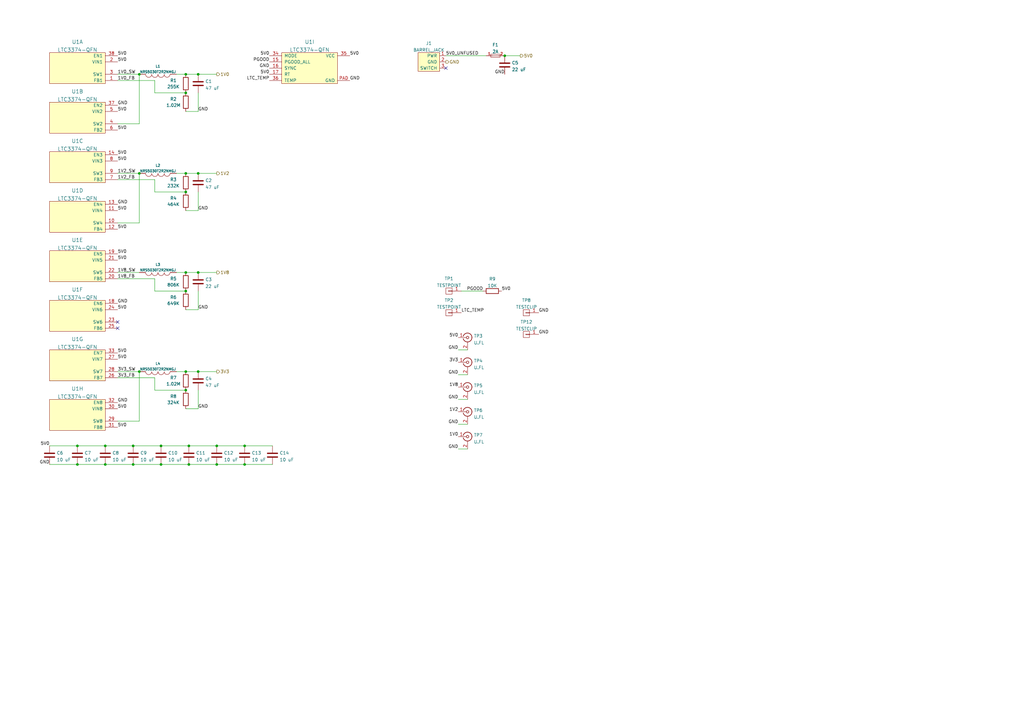
<source format=kicad_sch>
(kicad_sch (version 20211123) (generator eeschema)
  (paper "A3")
  (title_block (title "Active 10/100/1000baseT Tap") (date "2022-12-27") (rev "0.1") (company "Antikernel Labs") (comment 1 "Andrew D. Zonenberg"))
  (lib_symbols
    (symbol "conn:CONN_01X01" (pin_names (offset 1.016) hide)
      (property "Reference" "J" (at 0 2.54 0))
      (property "Value" "CONN_01X01" (at 2.54 0 90))
      (symbol "CONN_01X01_0_1"
        (rectangle (start -1.27 0.127) (end 0.254 -0.127))
        (rectangle (start -1.27 1.27) (end 1.27 -1.27))
      )
      (symbol "CONN_01X01_1_1"
        (pin passive line (at -5.08 0 0) (length 3.81) (name "P1") (number "1"))
      )
    )
    (symbol "conn:CONN_COAXIAL" (pin_names (offset 1.016) hide)
      (property "Reference" "J" (at 0.254 3.048 0))
      (property "Value" "CONN_COAXIAL" (at 2.921 0 90))
      (symbol "CONN_COAXIAL_0_1"
        (arc (start -1.778 -0.508) (mid 0.222 -1.808) (end 1.778 0) (stroke (width 0.254)))
        (polyline (pts (xy -1.27 0) (xy -0.508 0)))
        (polyline (pts (xy 0 -2.54) (xy 0 -1.778)))
        (circle (center 0 0) (radius 0.508) (stroke (width 0.2032)))
        (arc (start 1.778 0) (mid 0.222 1.8083) (end -1.778 0.508) (stroke (width 0.254)))
      )
      (symbol "CONN_COAXIAL_1_1"
        (pin passive line (at -3.81 0 0) (length 2.54) (name "In") (number "1"))
        (pin passive line (at 0 -5.08 90) (length 2.54) (name "Ext") (number "2"))
      )
    )
    (symbol "device:C" (pin_numbers hide) (pin_names (offset 0.254))
      (property "Reference" "C" (at 0.635 2.54 0))
      (property "Value" "C" (at 0.635 -2.54 0))
      (symbol "C_0_1"
        (polyline (pts (xy -2.032 -0.762) (xy 2.032 -0.762)) (stroke (width 0.508)))
        (polyline (pts (xy -2.032 0.762) (xy 2.032 0.762)) (stroke (width 0.508)))
      )
      (symbol "C_1_1"
        (pin passive line (at 0 3.81 270) (length 2.794) (name "~") (number "1"))
        (pin passive line (at 0 -3.81 90) (length 2.794) (name "~") (number "2"))
      )
    )
    (symbol "device:R" (pin_numbers hide) (pin_names (offset 0))
      (property "Reference" "R" (at 2.032 0 90))
      (property "Value" "R" (at 0 0 90))
      (symbol "R_0_1"
        (rectangle (start -1.016 -2.54) (end 1.016 2.54) (stroke (width 0.254)))
      )
      (symbol "R_1_1"
        (pin passive line (at 0 3.81 270) (length 1.27) (name "~") (number "1"))
        (pin passive line (at 0 -3.81 90) (length 1.27) (name "~") (number "2"))
      )
    )
    (symbol "passive-azonenberg:INDUCTOR_PWROUT" (pin_numbers hide) (pin_names (offset 1.016) hide)
      (property "Reference" "L" (at -1.27 0 90))
      (property "Value" "INDUCTOR_PWROUT" (at 2.54 0 90))
      (symbol "INDUCTOR_PWROUT_0_1"
        (arc (start 0.0254 -5.0546) (mid 1.245 -3.7973) (end 0.0254 -2.54))
        (arc (start 0.0254 -2.5146) (mid 1.2704 -1.2319) (end 0.0254 0.0508))
        (arc (start 0.0254 0.0254) (mid 1.2704 1.3081) (end 0.0254 2.5908))
        (arc (start 0.0254 2.5654) (mid 1.1942 3.7719) (end 0.0254 4.9784))
      )
      (symbol "INDUCTOR_PWROUT_1_1"
        (pin power_out line (at 0 7.62 270) (length 2.54) (name "1") (number "1"))
        (pin passive line (at 0 -7.62 90) (length 2.54) (name "2") (number "2"))
      )
    )
    (symbol "power-azonenberg:BARREL_JACK" (pin_names (offset 1.016))
      (property "Reference" "J" (at 1.27 -1.27 0))
      (property "Value" "BARREL_JACK" (at 6.35 -3.81 0))
      (symbol "BARREL_JACK_0_1"
        (rectangle (start 0 7.62) (end -8.89 0) (fill (type background)))
      )
      (symbol "BARREL_JACK_1_1"
        (pin power_out line (at 2.54 6.35 180) (length 2.54) (name "PWR") (number "1"))
        (pin power_out line (at 2.54 3.81 180) (length 2.54) (name "GND") (number "2"))
        (pin passive line (at 2.54 1.27 180) (length 2.54) (name "SWITCH") (number "3"))
      )
    )
    (symbol "power-azonenberg:FUSE_PWROUT_2" (pin_names (offset 0.254))
      (property "Reference" "F" (at 4.445 1.27 0))
      (property "Value" "FUSE_PWROUT_2" (at -0.635 -1.905 0))
      (symbol "FUSE_PWROUT_2_0_1"
        (rectangle (start -1.905 0.635) (end 1.905 -0.635))
        (polyline (pts (xy 1.905 0) (xy -1.905 0)))
      )
      (symbol "FUSE_PWROUT_2_1_1"
        (pin power_in line (at -3.81 0 0) (length 2.54) (name "~") (number "1"))
        (pin power_out line (at 3.81 0 180) (length 2.54) (name "~") (number "2"))
      )
    )
    (symbol "power-azonenberg:LTC3374-QFN" (pin_names (offset 1.016))
      (property "Reference" "U" (at 0 -1.27 0))
      (property "Value" "LTC3374-QFN" (at 22.86 -1.27 0))
      (symbol "LTC3374-QFN_0_1"
        (rectangle (start 0 12.7) (end 22.86 0) (fill (type background)))
      )
      (symbol "LTC3374-QFN_1_1"
        (pin input line (at -5.08 1.27 0) (length 5.08) (name "FB1") (number "1"))
        (pin power_in line (at -5.08 8.89 0) (length 5.08) (name "VIN1") (number "2"))
        (pin power_out line (at -5.08 3.81 0) (length 5.08) (name "SW1") (number "3"))
        (pin input line (at -5.08 11.43 0) (length 5.08) (name "EN1") (number "38"))
      )
      (symbol "LTC3374-QFN_2_1"
        (pin input line (at -5.08 11.43 0) (length 5.08) (name "EN2") (number "37"))
        (pin power_out line (at -5.08 3.81 0) (length 5.08) (name "SW2") (number "4"))
        (pin power_in line (at -5.08 8.89 0) (length 5.08) (name "VIN2") (number "5"))
        (pin input line (at -5.08 1.27 0) (length 5.08) (name "FB2") (number "6"))
      )
      (symbol "LTC3374-QFN_3_1"
        (pin input line (at -5.08 11.43 0) (length 5.08) (name "EN3") (number "14"))
        (pin input line (at -5.08 1.27 0) (length 5.08) (name "FB3") (number "7"))
        (pin power_in line (at -5.08 8.89 0) (length 5.08) (name "VIN3") (number "8"))
        (pin power_out line (at -5.08 3.81 0) (length 5.08) (name "SW3") (number "9"))
      )
      (symbol "LTC3374-QFN_4_1"
        (pin power_out line (at -5.08 3.81 0) (length 5.08) (name "SW4") (number "10"))
        (pin power_in line (at -5.08 8.89 0) (length 5.08) (name "VIN4") (number "11"))
        (pin input line (at -5.08 1.27 0) (length 5.08) (name "FB4") (number "12"))
        (pin input line (at -5.08 11.43 0) (length 5.08) (name "EN4") (number "13"))
      )
      (symbol "LTC3374-QFN_5_1"
        (pin input line (at -5.08 11.43 0) (length 5.08) (name "EN5") (number "19"))
        (pin input line (at -5.08 1.27 0) (length 5.08) (name "FB5") (number "20"))
        (pin power_in line (at -5.08 8.89 0) (length 5.08) (name "VIN5") (number "21"))
        (pin power_out line (at -5.08 3.81 0) (length 5.08) (name "SW5") (number "22"))
      )
      (symbol "LTC3374-QFN_6_1"
        (pin input line (at -5.08 11.43 0) (length 5.08) (name "EN6") (number "18"))
        (pin power_out line (at -5.08 3.81 0) (length 5.08) (name "SW6") (number "23"))
        (pin power_in line (at -5.08 8.89 0) (length 5.08) (name "VIN6") (number "24"))
        (pin input line (at -5.08 1.27 0) (length 5.08) (name "FB6") (number "25"))
      )
      (symbol "LTC3374-QFN_7_1"
        (pin input line (at -5.08 1.27 0) (length 5.08) (name "FB7") (number "26"))
        (pin power_in line (at -5.08 8.89 0) (length 5.08) (name "VIN7") (number "27"))
        (pin power_out line (at -5.08 3.81 0) (length 5.08) (name "SW7") (number "28"))
        (pin input line (at -5.08 11.43 0) (length 5.08) (name "EN7") (number "33"))
      )
      (symbol "LTC3374-QFN_8_1"
        (pin power_out line (at -5.08 3.81 0) (length 5.08) (name "SW8") (number "29"))
        (pin power_in line (at -5.08 8.89 0) (length 5.08) (name "VIN8") (number "30"))
        (pin input line (at -5.08 1.27 0) (length 5.08) (name "FB8") (number "31"))
        (pin input line (at -5.08 11.43 0) (length 5.08) (name "EN8") (number "32"))
      )
      (symbol "LTC3374-QFN_9_1"
        (pin open_collector line (at 27.94 8.89 180) (length 5.08) (name "PGOOD_ALL") (number "15"))
        (pin input line (at 27.94 6.35 180) (length 5.08) (name "SYNC") (number "16"))
        (pin input line (at 27.94 3.81 180) (length 5.08) (name "RT") (number "17"))
        (pin input line (at 27.94 11.43 180) (length 5.08) (name "MODE") (number "34"))
        (pin power_in line (at -5.08 11.43 0) (length 5.08) (name "VCC") (number "35"))
        (pin output line (at 27.94 1.27 180) (length 5.08) (name "TEMP") (number "36"))
        (pin power_in line (at -5.08 1.27 0) (length 5.08) (name "GND") (number "PAD"))
      )
    )
  )
  (junction (at 88.9 182.88))
  (junction (at 31.75 190.5))
  (junction (at 54.61 190.5))
  (junction (at 76.2 78.74))
  (junction (at 81.28 111.76))
  (junction (at 100.33 190.5))
  (junction (at 76.2 38.1))
  (junction (at 81.28 71.12))
  (junction (at 57.15 30.48))
  (junction (at 77.47 190.5))
  (junction (at 81.28 152.4))
  (junction (at 66.04 190.5))
  (junction (at 88.9 190.5))
  (junction (at 77.47 182.88))
  (junction (at 207.01 22.86))
  (junction (at 76.2 30.48))
  (junction (at 66.04 182.88))
  (junction (at 31.75 182.88))
  (junction (at 76.2 111.76))
  (junction (at 81.28 30.48))
  (junction (at 76.2 152.4))
  (junction (at 76.2 160.02))
  (junction (at 100.33 182.88))
  (junction (at 57.15 152.4))
  (junction (at 43.18 190.5))
  (junction (at 57.15 71.12))
  (junction (at 54.61 182.88))
  (junction (at 43.18 182.88))
  (junction (at 76.2 119.38))
  (junction (at 76.2 71.12))
  (no_connect (at 182.88 27.94))
  (no_connect (at 48.26 132.08))
  (no_connect (at 48.26 134.62))
  (wire (pts (xy 187.96 184.15) (xy 191.77 184.15)))
  (wire (pts (xy 57.15 152.4) (xy 57.15 172.72)))
  (wire (pts (xy 76.2 111.76) (xy 81.28 111.76)))
  (wire (pts (xy 187.96 173.99) (xy 191.77 173.99)))
  (wire (pts (xy 72.39 30.48) (xy 76.2 30.48)))
  (wire (pts (xy 57.15 172.72) (xy 48.26 172.72)))
  (wire (pts (xy 76.2 38.1) (xy 63.5 38.1)))
  (wire (pts (xy 81.28 71.12) (xy 88.9 71.12)))
  (wire (pts (xy 63.5 154.94) (xy 48.26 154.94)))
  (wire (pts (xy 63.5 114.3) (xy 48.26 114.3)))
  (wire (pts (xy 81.28 45.72) (xy 76.2 45.72)))
  (wire (pts (xy 81.28 152.4) (xy 88.9 152.4)))
  (wire (pts (xy 81.28 86.36) (xy 76.2 86.36)))
  (wire (pts (xy 182.88 22.86) (xy 199.39 22.86)))
  (wire (pts (xy 81.28 119.38) (xy 81.28 127)))
  (wire (pts (xy 81.28 78.74) (xy 81.28 86.36)))
  (wire (pts (xy 81.28 30.48) (xy 88.9 30.48)))
  (wire (pts (xy 31.75 190.5) (xy 43.18 190.5)))
  (wire (pts (xy 76.2 160.02) (xy 63.5 160.02)))
  (wire (pts (xy 76.2 71.12) (xy 81.28 71.12)))
  (wire (pts (xy 66.04 190.5) (xy 77.47 190.5)))
  (wire (pts (xy 76.2 78.74) (xy 63.5 78.74)))
  (wire (pts (xy 43.18 190.5) (xy 54.61 190.5)))
  (wire (pts (xy 88.9 190.5) (xy 100.33 190.5)))
  (wire (pts (xy 57.15 30.48) (xy 57.15 50.8)))
  (wire (pts (xy 54.61 182.88) (xy 66.04 182.88)))
  (wire (pts (xy 63.5 33.02) (xy 48.26 33.02)))
  (wire (pts (xy 20.32 182.88) (xy 31.75 182.88)))
  (wire (pts (xy 72.39 111.76) (xy 76.2 111.76)))
  (wire (pts (xy 76.2 30.48) (xy 81.28 30.48)))
  (wire (pts (xy 77.47 182.88) (xy 88.9 182.88)))
  (wire (pts (xy 189.23 119.38) (xy 198.12 119.38)))
  (wire (pts (xy 63.5 160.02) (xy 63.5 154.94)))
  (wire (pts (xy 81.28 160.02) (xy 81.28 167.64)))
  (wire (pts (xy 187.96 143.51) (xy 191.77 143.51)))
  (wire (pts (xy 20.32 190.5) (xy 31.75 190.5)))
  (wire (pts (xy 81.28 38.1) (xy 81.28 45.72)))
  (wire (pts (xy 77.47 190.5) (xy 88.9 190.5)))
  (wire (pts (xy 48.26 71.12) (xy 57.15 71.12)))
  (wire (pts (xy 81.28 111.76) (xy 88.9 111.76)))
  (wire (pts (xy 57.15 50.8) (xy 48.26 50.8)))
  (wire (pts (xy 63.5 119.38) (xy 63.5 114.3)))
  (wire (pts (xy 48.26 30.48) (xy 57.15 30.48)))
  (wire (pts (xy 100.33 182.88) (xy 111.76 182.88)))
  (wire (pts (xy 48.26 111.76) (xy 57.15 111.76)))
  (wire (pts (xy 76.2 152.4) (xy 81.28 152.4)))
  (wire (pts (xy 48.26 152.4) (xy 57.15 152.4)))
  (wire (pts (xy 57.15 71.12) (xy 57.15 91.44)))
  (wire (pts (xy 207.01 22.86) (xy 213.36 22.86)))
  (wire (pts (xy 81.28 127) (xy 76.2 127)))
  (wire (pts (xy 81.28 167.64) (xy 76.2 167.64)))
  (wire (pts (xy 57.15 91.44) (xy 48.26 91.44)))
  (wire (pts (xy 88.9 182.88) (xy 100.33 182.88)))
  (wire (pts (xy 63.5 38.1) (xy 63.5 33.02)))
  (wire (pts (xy 66.04 182.88) (xy 77.47 182.88)))
  (wire (pts (xy 100.33 190.5) (xy 111.76 190.5)))
  (wire (pts (xy 72.39 71.12) (xy 76.2 71.12)))
  (wire (pts (xy 43.18 182.88) (xy 54.61 182.88)))
  (wire (pts (xy 187.96 153.67) (xy 191.77 153.67)))
  (wire (pts (xy 31.75 182.88) (xy 43.18 182.88)))
  (wire (pts (xy 54.61 190.5) (xy 66.04 190.5)))
  (wire (pts (xy 76.2 119.38) (xy 63.5 119.38)))
  (wire (pts (xy 63.5 78.74) (xy 63.5 73.66)))
  (wire (pts (xy 63.5 73.66) (xy 48.26 73.66)))
  (wire (pts (xy 187.96 163.83) (xy 191.77 163.83)))
  (wire (pts (xy 72.39 152.4) (xy 76.2 152.4)))
  (label "5V0" (at 48.26 25.4 0))
  (label "GND" (at 48.26 124.46 0))
  (label "GND" (at 20.32 190.5 180))
  (label "1V8_SW" (at 48.26 111.76 0))
  (label "1V8_FB" (at 48.26 114.3 0))
  (label "GND" (at 187.96 163.83 180))
  (label "5V0_UNFUSED" (at 182.88 22.86 0))
  (label "GND" (at 187.96 143.51 180))
  (label "5V0" (at 48.26 45.72 0))
  (label "GND" (at 48.26 165.1 0))
  (label "GND" (at 187.96 184.15 180))
  (label "5V0" (at 20.32 182.88 180))
  (label "5V0" (at 48.26 167.64 0))
  (label "1V0" (at 187.96 179.07 180))
  (label "GND" (at 187.96 153.67 180))
  (label "5V0" (at 48.26 63.5 0))
  (label "GND" (at 110.49 27.94 180))
  (label "1V2_SW" (at 48.26 71.12 0))
  (label "GND" (at 81.28 86.36 0))
  (label "5V0" (at 48.26 144.78 0))
  (label "5V0" (at 143.51 22.86 0))
  (label "GND" (at 143.51 33.02 0))
  (label "1V0_SW" (at 48.26 30.48 0))
  (label "LTC_TEMP" (at 189.23 128.27 0))
  (label "GND" (at 220.98 137.16 0))
  (label "5V0" (at 48.26 86.36 0))
  (label "5V0" (at 48.26 106.68 0))
  (label "5V0" (at 110.49 30.48 180))
  (label "GND" (at 48.26 43.18 0))
  (label "PGOOD" (at 110.49 25.4 180))
  (label "5V0" (at 48.26 53.34 0))
  (label "5V0" (at 187.96 138.43 180))
  (label "1V8" (at 187.96 158.75 180))
  (label "5V0" (at 48.26 93.98 0))
  (label "GND" (at 207.01 30.48 180))
  (label "1V0_FB" (at 48.26 33.02 0))
  (label "1V2" (at 187.96 168.91 180))
  (label "PGOOD" (at 198.12 119.38 180))
  (label "5V0" (at 48.26 66.04 0))
  (label "3V3_SW" (at 48.26 152.4 0))
  (label "GND" (at 220.98 128.27 0))
  (label "5V0" (at 110.49 22.86 180))
  (label "5V0" (at 48.26 147.32 0))
  (label "GND" (at 81.28 45.72 0))
  (label "3V3" (at 187.96 148.59 180))
  (label "GND" (at 187.96 173.99 180))
  (label "3V3_FB" (at 48.26 154.94 0))
  (label "GND" (at 81.28 127 0))
  (label "LTC_TEMP" (at 110.49 33.02 180))
  (label "GND" (at 48.26 83.82 0))
  (label "5V0" (at 48.26 127 0))
  (label "1V2_FB" (at 48.26 73.66 0))
  (label "GND" (at 81.28 167.64 0))
  (label "5V0" (at 48.26 22.86 0))
  (label "5V0" (at 48.26 104.14 0))
  (label "5V0" (at 48.26 175.26 0))
  (label "5V0" (at 205.74 119.38 0))
  (hierarchical_label "GND" (shape output) (at 182.88 25.4 0))
  (hierarchical_label "5V0" (shape output) (at 213.36 22.86 0))
  (hierarchical_label "1V8" (shape output) (at 88.9 111.76 0))
  (hierarchical_label "1V0" (shape output) (at 88.9 30.48 0))
  (hierarchical_label "1V2" (shape output) (at 88.9 71.12 0))
  (hierarchical_label "3V3" (shape output) (at 88.9 152.4 0))
  (symbol (lib_id "conn:CONN_01X01") (at 215.9 128.27 180) (unit 1)
    (property "Reference" "TP8" (at 215.9 123.1605 0))
    (property "Value" "TESTCLIP" (at 215.9 125.9356 0))
    (property "Footprint" "azonenberg_pcb:TESTPOINT_SMT_KEYSTONE_5016" (effects hide))
  )
  (symbol (lib_id "power-azonenberg:LTC3374-QFN") (at 43.18 34.29 0) (mirror y) (unit 1)
    (property "Reference" "U1" (at 31.75 17.1861 0) (effects (font (size 1.524 1.524))))
    (property "Value" "LTC3374-QFN" (at 31.75 20.4651 0) (effects (font (size 1.524 1.524))))
    (property "Footprint" "azonenberg_pcb:QFN_38_0.5MM_5x7MM" (effects hide))
  )
  (symbol (lib_id "power-azonenberg:LTC3374-QFN") (at 43.18 176.53 0) (mirror y) (unit 8)
    (property "Reference" "U1" (at 31.75 159.4261 0) (effects (font (size 1.524 1.524))))
    (property "Value" "LTC3374-QFN" (at 31.75 162.7051 0) (effects (font (size 1.524 1.524))))
    (property "Footprint" "azonenberg_pcb:QFN_38_0.5MM_5x7MM" (effects hide))
  )
  (symbol (lib_id "conn:CONN_COAXIAL") (at 191.77 158.75 0) (unit 1)
    (property "Reference" "TP5" (at 194.3101 158.1347 0) (effects (justify left)))
    (property "Value" "U.FL" (at 194.3101 160.9098 0) (effects (justify left)))
    (property "Footprint" "azonenberg_pcb:CONN_U.FL_TE_1909763-1" (effects hide))
  )
  (symbol (lib_id "device:C") (at 81.28 156.21 0) (unit 1)
    (property "Reference" "C4" (at 84.201 155.3015 0) (effects (justify left)))
    (property "Value" "47 uF" (at 84.201 158.0766 0) (effects (justify left)))
    (property "Footprint" "azonenberg_pcb:EIA_1210_CAP_NOSILK" (effects hide))
  )
  (symbol (lib_id "device:R") (at 76.2 115.57 180) (unit 1)
    (property "Reference" "R5" (at 71.12 114.3 0))
    (property "Value" "806K" (at 71.12 116.84 0))
    (property "Footprint" "azonenberg_pcb:EIA_0402_RES_NOSILK" (effects hide))
  )
  (symbol (lib_id "passive-azonenberg:INDUCTOR_PWROUT") (at 64.77 71.12 270) (unit 1)
    (property "Reference" "L2" (at 64.77 67.8452 90) (effects (font (size 1.016 1.016))))
    (property "Value" "NRS5030T2R2NMGJ" (at 64.77 70.116 90) (effects (font (size 1.016 1.016))))
    (property "Footprint" "azonenberg_pcb:INDUCTOR_YUDEN_NRS5030" (effects hide))
  )
  (symbol (lib_id "device:R") (at 76.2 34.29 180) (unit 1)
    (property "Reference" "R1" (at 71.12 33.02 0))
    (property "Value" "255K" (at 71.12 35.56 0))
    (property "Footprint" "azonenberg_pcb:EIA_0402_RES_NOSILK" (effects hide))
  )
  (symbol (lib_id "device:R") (at 76.2 163.83 180) (unit 1)
    (property "Reference" "R8" (at 71.12 162.56 0))
    (property "Value" "324K" (at 71.12 165.1 0))
    (property "Footprint" "azonenberg_pcb:EIA_0402_RES_NOSILK" (effects hide))
  )
  (symbol (lib_id "power-azonenberg:BARREL_JACK") (at 180.34 29.21 0) (unit 1)
    (property "Reference" "J1" (at 175.895 17.7505 0))
    (property "Value" "BARREL_JACK" (at 175.895 20.5256 0))
    (property "Footprint" "azonenberg_pcb:CONN_CUI_PJ-058BH_HIPWR_BARREL_NOSLOT" (effects hide))
  )
  (symbol (lib_id "device:R") (at 201.93 119.38 90) (unit 1)
    (property "Reference" "R9" (at 201.93 114.3975 90))
    (property "Value" "10K" (at 201.93 117.1726 90))
    (property "Footprint" "azonenberg_pcb:EIA_0402_RES_NOSILK" (effects hide))
  )
  (symbol (lib_id "power-azonenberg:LTC3374-QFN") (at 43.18 156.21 0) (mirror y) (unit 7)
    (property "Reference" "U1" (at 31.75 139.1061 0) (effects (font (size 1.524 1.524))))
    (property "Value" "LTC3374-QFN" (at 31.75 142.3851 0) (effects (font (size 1.524 1.524))))
    (property "Footprint" "azonenberg_pcb:QFN_38_0.5MM_5x7MM" (effects hide))
  )
  (symbol (lib_id "device:C") (at 88.9 186.69 0) (unit 1)
    (property "Reference" "C12" (at 91.821 185.7815 0) (effects (justify left)))
    (property "Value" "10 uF" (at 91.821 188.5566 0) (effects (justify left)))
    (property "Footprint" "azonenberg_pcb:EIA_1210_CAP_NOSILK" (effects hide))
  )
  (symbol (lib_id "device:C") (at 81.28 74.93 0) (unit 1)
    (property "Reference" "C2" (at 84.201 74.0215 0) (effects (justify left)))
    (property "Value" "47 uF" (at 84.201 76.7966 0) (effects (justify left)))
    (property "Footprint" "azonenberg_pcb:EIA_1210_CAP_NOSILK" (effects hide))
  )
  (symbol (lib_id "power-azonenberg:LTC3374-QFN") (at 43.18 115.57 0) (mirror y) (unit 5)
    (property "Reference" "U1" (at 31.75 98.4661 0) (effects (font (size 1.524 1.524))))
    (property "Value" "LTC3374-QFN" (at 31.75 101.7451 0) (effects (font (size 1.524 1.524))))
    (property "Footprint" "azonenberg_pcb:QFN_38_0.5MM_5x7MM" (effects hide))
  )
  (symbol (lib_id "power-azonenberg:LTC3374-QFN") (at 43.18 54.61 0) (mirror y) (unit 2)
    (property "Reference" "U1" (at 31.75 37.5061 0) (effects (font (size 1.524 1.524))))
    (property "Value" "LTC3374-QFN" (at 31.75 40.7851 0) (effects (font (size 1.524 1.524))))
    (property "Footprint" "azonenberg_pcb:QFN_38_0.5MM_5x7MM" (effects hide))
  )
  (symbol (lib_id "device:C") (at 54.61 186.69 0) (unit 1)
    (property "Reference" "C9" (at 57.531 185.7815 0) (effects (justify left)))
    (property "Value" "10 uF" (at 57.531 188.5566 0) (effects (justify left)))
    (property "Footprint" "azonenberg_pcb:EIA_1210_CAP_NOSILK" (effects hide))
  )
  (symbol (lib_id "device:C") (at 207.01 26.67 0) (unit 1)
    (property "Reference" "C5" (at 209.931 25.7615 0) (effects (justify left)))
    (property "Value" "22 uF" (at 209.931 28.5366 0) (effects (justify left)))
    (property "Footprint" "azonenberg_pcb:EIA_1206_CAP_NOSILK" (effects hide))
  )
  (symbol (lib_id "device:C") (at 31.75 186.69 0) (unit 1)
    (property "Reference" "C7" (at 34.671 185.7815 0) (effects (justify left)))
    (property "Value" "10 uF" (at 34.671 188.5566 0) (effects (justify left)))
    (property "Footprint" "azonenberg_pcb:EIA_1210_CAP_NOSILK" (effects hide))
  )
  (symbol (lib_id "device:R") (at 76.2 156.21 180) (unit 1)
    (property "Reference" "R7" (at 71.12 154.94 0))
    (property "Value" "1.02M" (at 71.12 157.48 0))
    (property "Footprint" "azonenberg_pcb:EIA_0402_RES_NOSILK" (effects hide))
  )
  (symbol (lib_id "device:C") (at 20.32 186.69 0) (unit 1)
    (property "Reference" "C6" (at 23.241 185.7815 0) (effects (justify left)))
    (property "Value" "10 uF" (at 23.241 188.5566 0) (effects (justify left)))
    (property "Footprint" "azonenberg_pcb:EIA_1210_CAP_NOSILK" (effects hide))
  )
  (symbol (lib_id "device:C") (at 111.76 186.69 0) (unit 1)
    (property "Reference" "C14" (at 114.681 185.7815 0) (effects (justify left)))
    (property "Value" "10 uF" (at 114.681 188.5566 0) (effects (justify left)))
    (property "Footprint" "azonenberg_pcb:EIA_1210_CAP_NOSILK" (effects hide))
  )
  (symbol (lib_id "conn:CONN_01X01") (at 184.15 128.27 180) (unit 1)
    (property "Reference" "TP2" (at 184.15 123.1605 0))
    (property "Value" "TESTPOINT" (at 184.15 125.9356 0))
    (property "Footprint" "azonenberg_pcb:TESTPOINT_SMT_0.5MM" (effects hide))
  )
  (symbol (lib_id "device:C") (at 81.28 34.29 0) (unit 1)
    (property "Reference" "C1" (at 84.201 33.3815 0) (effects (justify left)))
    (property "Value" "47 uF" (at 84.201 36.1566 0) (effects (justify left)))
    (property "Footprint" "azonenberg_pcb:EIA_1210_CAP_NOSILK" (effects hide))
  )
  (symbol (lib_id "conn:CONN_COAXIAL") (at 191.77 168.91 0) (unit 1)
    (property "Reference" "TP6" (at 194.3101 168.2947 0) (effects (justify left)))
    (property "Value" "U.FL" (at 194.3101 171.0698 0) (effects (justify left)))
    (property "Footprint" "azonenberg_pcb:CONN_U.FL_TE_1909763-1" (effects hide))
  )
  (symbol (lib_id "device:C") (at 66.04 186.69 0) (unit 1)
    (property "Reference" "C10" (at 68.961 185.7815 0) (effects (justify left)))
    (property "Value" "10 uF" (at 68.961 188.5566 0) (effects (justify left)))
    (property "Footprint" "azonenberg_pcb:EIA_1210_CAP_NOSILK" (effects hide))
  )
  (symbol (lib_id "conn:CONN_COAXIAL") (at 191.77 179.07 0) (unit 1)
    (property "Reference" "TP7" (at 194.3101 178.4547 0) (effects (justify left)))
    (property "Value" "U.FL" (at 194.3101 181.2298 0) (effects (justify left)))
    (property "Footprint" "azonenberg_pcb:CONN_U.FL_TE_1909763-1" (effects hide))
  )
  (symbol (lib_id "conn:CONN_01X01") (at 184.15 119.38 180) (unit 1)
    (property "Reference" "TP1" (at 184.15 114.2705 0))
    (property "Value" "TESTPOINT" (at 184.15 117.0456 0))
    (property "Footprint" "azonenberg_pcb:TESTPOINT_SMT_0.5MM" (effects hide))
  )
  (symbol (lib_id "device:R") (at 76.2 82.55 180) (unit 1)
    (property "Reference" "R4" (at 71.12 81.28 0))
    (property "Value" "464K" (at 71.12 83.82 0))
    (property "Footprint" "azonenberg_pcb:EIA_0402_RES_NOSILK" (effects hide))
  )
  (symbol (lib_id "device:C") (at 81.28 115.57 0) (unit 1)
    (property "Reference" "C3" (at 84.201 114.6615 0) (effects (justify left)))
    (property "Value" "22 uF" (at 84.201 117.4366 0) (effects (justify left)))
    (property "Footprint" "azonenberg_pcb:EIA_1206_CAP_NOSILK" (effects hide))
  )
  (symbol (lib_id "passive-azonenberg:INDUCTOR_PWROUT") (at 64.77 152.4 270) (unit 1)
    (property "Reference" "L4" (at 64.77 149.1252 90) (effects (font (size 1.016 1.016))))
    (property "Value" "NRS5030T2R2NMGJ" (at 64.77 151.396 90) (effects (font (size 1.016 1.016))))
    (property "Footprint" "azonenberg_pcb:INDUCTOR_YUDEN_NRS5030" (effects hide))
  )
  (symbol (lib_id "device:C") (at 100.33 186.69 0) (unit 1)
    (property "Reference" "C13" (at 103.251 185.7815 0) (effects (justify left)))
    (property "Value" "10 uF" (at 103.251 188.5566 0) (effects (justify left)))
    (property "Footprint" "azonenberg_pcb:EIA_1210_CAP_NOSILK" (effects hide))
  )
  (symbol (lib_id "power-azonenberg:LTC3374-QFN") (at 43.18 135.89 0) (mirror y) (unit 6)
    (property "Reference" "U1" (at 31.75 118.7861 0) (effects (font (size 1.524 1.524))))
    (property "Value" "LTC3374-QFN" (at 31.75 122.0651 0) (effects (font (size 1.524 1.524))))
    (property "Footprint" "azonenberg_pcb:QFN_38_0.5MM_5x7MM" (effects hide))
  )
  (symbol (lib_id "device:C") (at 43.18 186.69 0) (unit 1)
    (property "Reference" "C8" (at 46.101 185.7815 0) (effects (justify left)))
    (property "Value" "10 uF" (at 46.101 188.5566 0) (effects (justify left)))
    (property "Footprint" "azonenberg_pcb:EIA_1210_CAP_NOSILK" (effects hide))
  )
  (symbol (lib_id "power-azonenberg:LTC3374-QFN") (at 43.18 74.93 0) (mirror y) (unit 3)
    (property "Reference" "U1" (at 31.75 57.8261 0) (effects (font (size 1.524 1.524))))
    (property "Value" "LTC3374-QFN" (at 31.75 61.1051 0) (effects (font (size 1.524 1.524))))
    (property "Footprint" "azonenberg_pcb:QFN_38_0.5MM_5x7MM" (effects hide))
  )
  (symbol (lib_id "conn:CONN_COAXIAL") (at 191.77 148.59 0) (unit 1)
    (property "Reference" "TP4" (at 194.3101 147.9747 0) (effects (justify left)))
    (property "Value" "U.FL" (at 194.3101 150.7498 0) (effects (justify left)))
    (property "Footprint" "azonenberg_pcb:CONN_U.FL_TE_1909763-1" (effects hide))
  )
  (symbol (lib_id "power-azonenberg:LTC3374-QFN") (at 43.18 95.25 0) (mirror y) (unit 4)
    (property "Reference" "U1" (at 31.75 78.1461 0) (effects (font (size 1.524 1.524))))
    (property "Value" "LTC3374-QFN" (at 31.75 81.4251 0) (effects (font (size 1.524 1.524))))
    (property "Footprint" "azonenberg_pcb:QFN_38_0.5MM_5x7MM" (effects hide))
  )
  (symbol (lib_id "conn:CONN_COAXIAL") (at 191.77 138.43 0) (unit 1)
    (property "Reference" "TP3" (at 194.3101 137.8147 0) (effects (justify left)))
    (property "Value" "U.FL" (at 194.3101 140.5898 0) (effects (justify left)))
    (property "Footprint" "azonenberg_pcb:CONN_U.FL_TE_1909763-1" (effects hide))
  )
  (symbol (lib_id "device:R") (at 76.2 74.93 180) (unit 1)
    (property "Reference" "R3" (at 71.12 73.66 0))
    (property "Value" "232K" (at 71.12 76.2 0))
    (property "Footprint" "azonenberg_pcb:EIA_0402_RES_NOSILK" (effects hide))
  )
  (symbol (lib_id "device:R") (at 76.2 123.19 180) (unit 1)
    (property "Reference" "R6" (at 71.12 121.92 0))
    (property "Value" "649K" (at 71.12 124.46 0))
    (property "Footprint" "azonenberg_pcb:EIA_0402_RES_NOSILK" (effects hide))
  )
  (symbol (lib_id "conn:CONN_01X01") (at 215.9 137.16 180) (unit 1)
    (property "Reference" "TP12" (at 215.9 132.0505 0))
    (property "Value" "TESTCLIP" (at 215.9 134.8256 0))
    (property "Footprint" "azonenberg_pcb:TESTPOINT_SMT_KEYSTONE_5016" (effects hide))
  )
  (symbol (lib_id "passive-azonenberg:INDUCTOR_PWROUT") (at 64.77 30.48 270) (unit 1)
    (property "Reference" "L1" (at 64.77 27.2052 90) (effects (font (size 1.016 1.016))))
    (property "Value" "NRS5030T2R2NMGJ" (at 64.77 29.476 90) (effects (font (size 1.016 1.016))))
    (property "Footprint" "azonenberg_pcb:INDUCTOR_YUDEN_NRS5030" (effects hide))
  )
  (symbol (lib_id "power-azonenberg:LTC3374-QFN") (at 138.43 34.29 0) (mirror y) (unit 9)
    (property "Reference" "U1" (at 127 17.1861 0) (effects (font (size 1.524 1.524))))
    (property "Value" "LTC3374-QFN" (at 127 20.4651 0) (effects (font (size 1.524 1.524))))
    (property "Footprint" "azonenberg_pcb:QFN_38_0.5MM_5x7MM" (effects hide))
  )
  (symbol (lib_id "device:C") (at 77.47 186.69 0) (unit 1)
    (property "Reference" "C11" (at 80.391 185.7815 0) (effects (justify left)))
    (property "Value" "10 uF" (at 80.391 188.5566 0) (effects (justify left)))
    (property "Footprint" "azonenberg_pcb:EIA_1210_CAP_NOSILK" (effects hide))
  )
  (symbol (lib_id "passive-azonenberg:INDUCTOR_PWROUT") (at 64.77 111.76 270) (unit 1)
    (property "Reference" "L3" (at 64.77 108.4852 90) (effects (font (size 1.016 1.016))))
    (property "Value" "NRS5030T2R2NMGJ" (at 64.77 110.756 90) (effects (font (size 1.016 1.016))))
    (property "Footprint" "azonenberg_pcb:INDUCTOR_YUDEN_NRS5030" (effects hide))
  )
  (symbol (lib_id "device:R") (at 76.2 41.91 180) (unit 1)
    (property "Reference" "R2" (at 71.12 40.64 0))
    (property "Value" "1.02M" (at 71.12 43.18 0))
    (property "Footprint" "azonenberg_pcb:EIA_0402_RES_NOSILK" (effects hide))
  )
  (symbol (lib_id "power-azonenberg:FUSE_PWROUT_2") (at 203.2 22.86 0) (unit 1)
    (property "Reference" "F1" (at 203.2 18.3855 0))
    (property "Value" "2A" (at 203.2 21.1606 0))
    (property "Footprint" "azonenberg_pcb:EIA_0603_CAP_NOSILK" (effects hide))
  )
)
</source>
